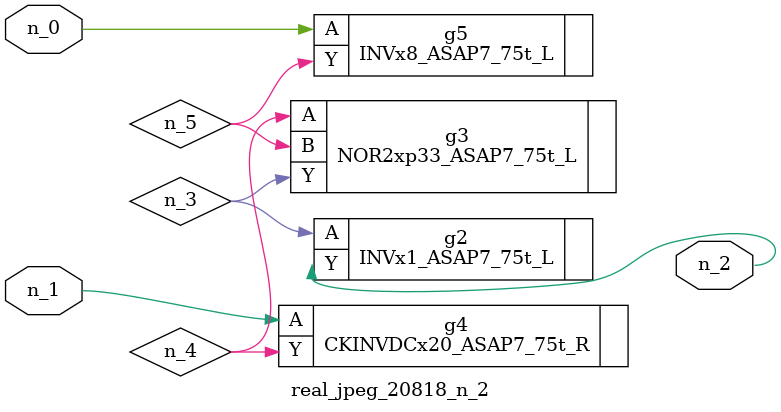
<source format=v>
module real_jpeg_20818_n_2 (n_1, n_0, n_2);

input n_1;
input n_0;

output n_2;

wire n_5;
wire n_4;
wire n_3;

INVx8_ASAP7_75t_L g5 ( 
.A(n_0),
.Y(n_5)
);

CKINVDCx20_ASAP7_75t_R g4 ( 
.A(n_1),
.Y(n_4)
);

INVx1_ASAP7_75t_L g2 ( 
.A(n_3),
.Y(n_2)
);

NOR2xp33_ASAP7_75t_L g3 ( 
.A(n_4),
.B(n_5),
.Y(n_3)
);


endmodule
</source>
